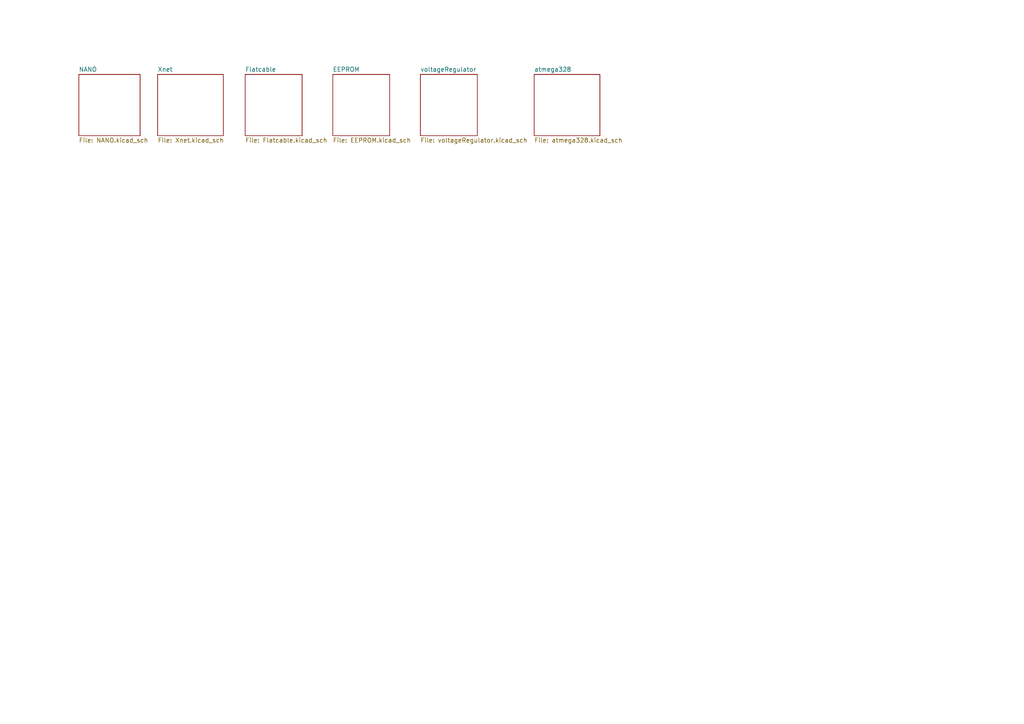
<source format=kicad_sch>
(kicad_sch (version 20211123) (generator eeschema)
  (paper "A4")
  (lib_symbols)
  (sheet (at 45.72 21.59) (size 19.05 17.78) (stroke (width 0.1524))
    (property "Sheet name" "Xnet" (at 45.72 20.8784 0) (effects (justify left bottom)))
    (property "Sheet file" "Xnet.kicad_sch" (at 45.72 39.9546 0) (effects (justify left top)))
  )
  (sheet (at 71.12 21.59) (size 16.51 17.78) (stroke (width 0.1524))
    (property "Sheet name" "Flatcable" (at 71.12 20.8784 0) (effects (justify left bottom)))
    (property "Sheet file" "Flatcable.kicad_sch" (at 71.12 39.9546 0) (effects (justify left top)))
  )
  (sheet (at 96.52 21.59) (size 16.51 17.78) (stroke (width 0.1524))
    (property "Sheet name" "EEPROM" (at 96.52 20.8784 0) (effects (justify left bottom)))
    (property "Sheet file" "EEPROM.kicad_sch" (at 96.52 39.9546 0) (effects (justify left top)))
  )
  (sheet (at 121.92 21.59) (size 16.51 17.78) (stroke (width 0.1524))
    (property "Sheet name" "voltageRegulator" (at 121.92 20.8784 0) (effects (justify left bottom)))
    (property "Sheet file" "voltageRegulator.kicad_sch" (at 121.92 39.9546 0) (effects (justify left top)))
  )
  (sheet (at 154.94 21.59) (size 19.05 17.78) (stroke (width 0.1524))
    (property "Sheet name" "atmega328" (at 154.94 20.8784 0) (effects (justify left bottom)))
    (property "Sheet file" "atmega328.kicad_sch" (at 154.94 39.9546 0) (effects (justify left top)))
  )
  (sheet (at 22.86 21.59) (size 17.78 17.78) (stroke (width 0.1524))
    (property "Sheet name" "NANO" (at 22.86 20.8784 0) (effects (justify left bottom)))
    (property "Sheet file" "NANO.kicad_sch" (at 22.86 39.9546 0) (effects (justify left top)))
  )
)
</source>
